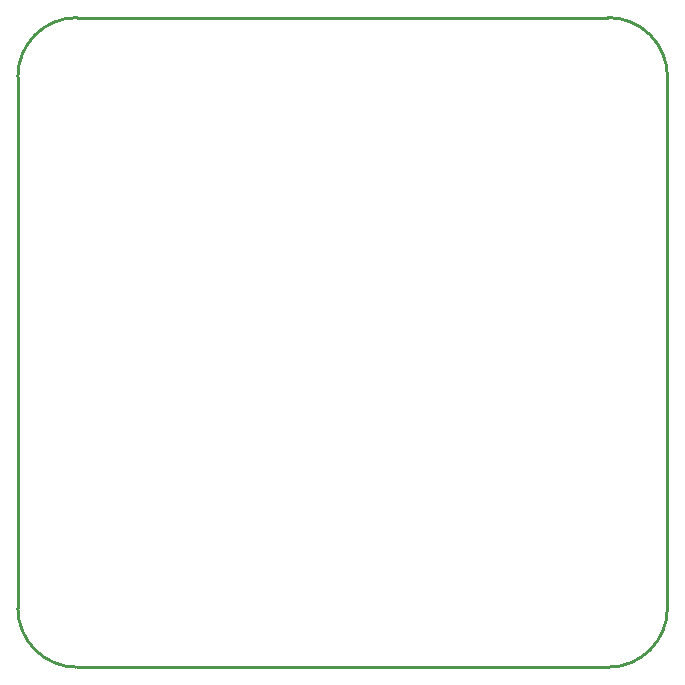
<source format=gko>
G04 Layer: BoardOutlineLayer*
G04 EasyEDA v6.5.37, 2023-10-24 23:36:19*
G04 78d52bff66364ecaa542ea5132882577,2d72dfcb43d4463a83f972036e7af0db,10*
G04 Gerber Generator version 0.2*
G04 Scale: 100 percent, Rotated: No, Reflected: No *
G04 Dimensions in millimeters *
G04 leading zeros omitted , absolute positions ,4 integer and 5 decimal *
%FSLAX45Y45*%
%MOMM*%

%ADD10C,0.2540*%
D10*
X512701Y5493189D02*
G01*
X5012695Y5493189D01*
X12702Y493201D02*
G01*
X12702Y4993195D01*
X5012695Y-6797D02*
G01*
X512701Y-6797D01*
X5512694Y4993195D02*
G01*
X5512694Y493201D01*
G75*
G01*
X5012693Y5493192D02*
G02*
X5512692Y4993193I0J-499999D01*
G75*
G01*
X5512692Y493202D02*
G02*
X5012693Y-6797I-499999J0D01*
G75*
G01*
X512702Y-6797D02*
G02*
X12703Y493202I0J499999D01*
G75*
G01*
X12703Y4993193D02*
G02*
X512702Y5493192I499999J0D01*

%LPD*%
M02*

</source>
